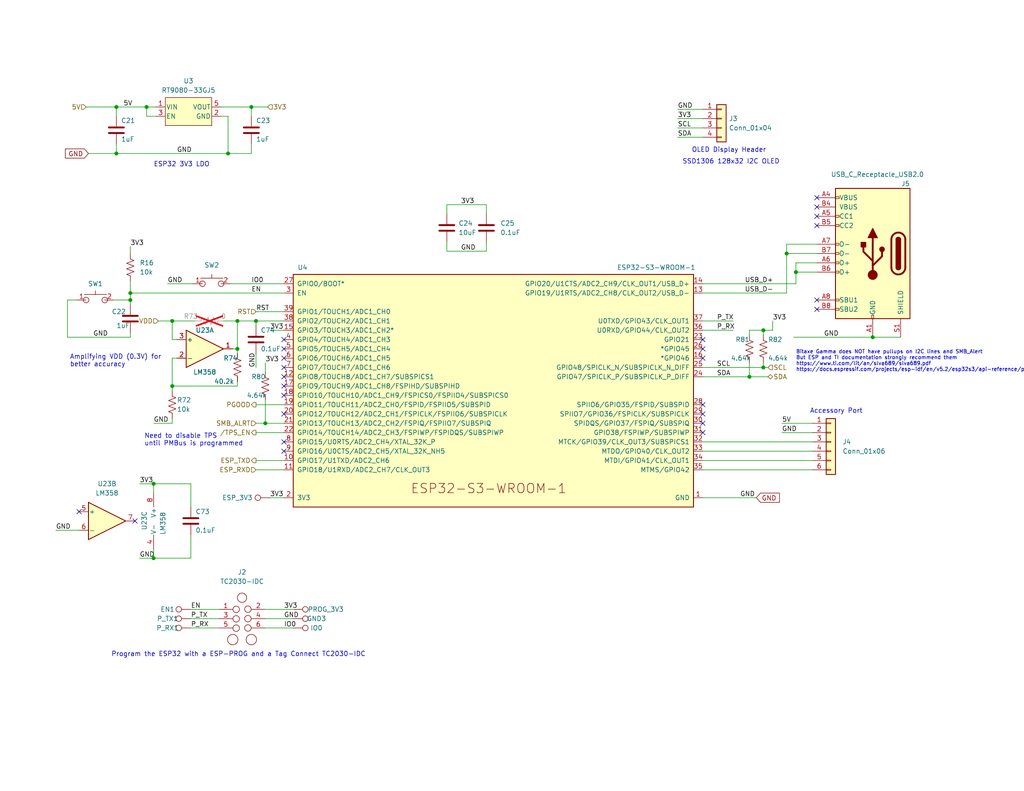
<source format=kicad_sch>
(kicad_sch (version 20250114) (generator "eeschema") (generator_version "9.0")
  (paper "A")
  (title_block (title "bitaxeGamma") (date "2024-09-26") (rev "601"))
  (lib_symbols
    (symbol "Amplifier_Operational:LM358" (pin_names (offset 0.127))
      (property "Reference" "U" (at 0 5.08 0))
      (property "Value" "LM358" (at 0 -5.08 0))
      (symbol "LM358_1_1"
        (polyline (pts (xy -5.08 5.08) (xy 5.08 0) (xy -5.08 -5.08) (xy -5.08 5.08)) (stroke (width 0.254)) (fill (type background)))
        (pin input line (at -7.62 2.54 0) (length 2.54) (name "+") (number "3"))
        (pin input line (at -7.62 -2.54 0) (length 2.54) (name "-") (number "2"))
        (pin output line (at 7.62 0 180) (length 2.54) (name "~") (number "1"))
      )
      (symbol "LM358_2_1"
        (polyline (pts (xy -5.08 5.08) (xy 5.08 0) (xy -5.08 -5.08) (xy -5.08 5.08)) (stroke (width 0.254)) (fill (type background)))
        (pin input line (at -7.62 2.54 0) (length 2.54) (name "+") (number "5"))
        (pin input line (at -7.62 -2.54 0) (length 2.54) (name "-") (number "6"))
        (pin output line (at 7.62 0 180) (length 2.54) (name "~") (number "7"))
      )
      (symbol "LM358_3_1"
        (pin power_in line (at -2.54 7.62 270) (length 3.81) (name "V+") (number "8"))
        (pin power_in line (at -2.54 -7.62 90) (length 3.81) (name "V-") (number "4"))
      )
    )
    (symbol "Connector:TestPoint" (pin_numbers (hide yes)) (pin_names (offset 0.762) (hide yes))
      (property "Reference" "TP" (at 0 6.858 0))
      (property "Value" "TestPoint" (at 0 5.08 0))
      (symbol "TestPoint_0_1"
        (circle (center 0 3.302) (radius 0.762))
      )
      (symbol "TestPoint_1_1"
        (pin passive line (at 0 0 90) (length 2.54) (name "1") (number "1"))
      )
    )
    (symbol "Connector_Generic:Conn_01x04" (pin_names (offset 1.016) (hide yes))
      (property "Reference" "J" (at 0 5.08 0))
      (property "Value" "Conn_01x04" (at 0 -7.62 0))
      (symbol "Conn_01x04_1_1"
        (rectangle (start -1.27 3.81) (end 1.27 -6.35) (stroke (width 0.254)) (fill (type background)))
        (rectangle (start -1.27 2.667) (end 0 2.413) (stroke (width 0.1524)))
        (rectangle (start -1.27 0.127) (end 0 -0.127) (stroke (width 0.1524)))
        (rectangle (start -1.27 -2.413) (end 0 -2.667) (stroke (width 0.1524)))
        (rectangle (start -1.27 -4.953) (end 0 -5.207) (stroke (width 0.1524)))
        (pin passive line (at -5.08 2.54 0) (length 3.81) (name "Pin_1") (number "1"))
        (pin passive line (at -5.08 0 0) (length 3.81) (name "Pin_2") (number "2"))
        (pin passive line (at -5.08 -2.54 0) (length 3.81) (name "Pin_3") (number "3"))
        (pin passive line (at -5.08 -5.08 0) (length 3.81) (name "Pin_4") (number "4"))
      )
    )
    (symbol "Connector_Generic:Conn_01x06" (pin_names (offset 1.016) (hide yes))
      (property "Reference" "J" (at 0 7.62 0))
      (property "Value" "Conn_01x06" (at 0 -10.16 0))
      (symbol "Conn_01x06_1_1"
        (rectangle (start -1.27 6.35) (end 1.27 -8.89) (stroke (width 0.254)) (fill (type background)))
        (rectangle (start -1.27 5.207) (end 0 4.953) (stroke (width 0.1524)))
        (rectangle (start -1.27 2.667) (end 0 2.413) (stroke (width 0.1524)))
        (rectangle (start -1.27 0.127) (end 0 -0.127) (stroke (width 0.1524)))
        (rectangle (start -1.27 -2.413) (end 0 -2.667) (stroke (width 0.1524)))
        (rectangle (start -1.27 -4.953) (end 0 -5.207) (stroke (width 0.1524)))
        (rectangle (start -1.27 -7.493) (end 0 -7.747) (stroke (width 0.1524)))
        (pin passive line (at -5.08 5.08 0) (length 3.81) (name "Pin_1") (number "1"))
        (pin passive line (at -5.08 2.54 0) (length 3.81) (name "Pin_2") (number "2"))
        (pin passive line (at -5.08 0 0) (length 3.81) (name "Pin_3") (number "3"))
        (pin passive line (at -5.08 -2.54 0) (length 3.81) (name "Pin_4") (number "4"))
        (pin passive line (at -5.08 -5.08 0) (length 3.81) (name "Pin_5") (number "5"))
        (pin passive line (at -5.08 -7.62 0) (length 3.81) (name "Pin_6") (number "6"))
      )
    )
    (symbol "Device:C" (pin_numbers (hide yes)) (pin_names (offset 0.254))
      (property "Reference" "C" (at 0.635 2.54 0))
      (property "Value" "C" (at 0.635 -2.54 0))
      (symbol "C_0_1"
        (polyline (pts (xy -2.032 0.762) (xy 2.032 0.762)) (stroke (width 0.508)))
        (polyline (pts (xy -2.032 -0.762) (xy 2.032 -0.762)) (stroke (width 0.508)))
      )
      (symbol "C_1_1"
        (pin passive line (at 0 3.81 270) (length 2.794) (name "~") (number "1"))
        (pin passive line (at 0 -3.81 90) (length 2.794) (name "~") (number "2"))
      )
    )
    (symbol "Device:R_US" (pin_numbers (hide yes)) (pin_names (offset 0))
      (property "Reference" "R" (at 2.54 0 90))
      (property "Value" "R_US" (at -2.54 0 90))
      (symbol "R_US_0_1"
        (polyline (pts (xy 0 2.286) (xy 0 2.54)))
        (polyline (pts (xy 0 2.286) (xy 1.016 1.905) (xy 0 1.524) (xy -1.016 1.143) (xy 0 0.762)))
        (polyline (pts (xy 0 0.762) (xy 1.016 0.381) (xy 0 0) (xy -1.016 -0.381) (xy 0 -0.762)))
        (polyline (pts (xy 0 -0.762) (xy 1.016 -1.143) (xy 0 -1.524) (xy -1.016 -1.905) (xy 0 -2.286)))
        (polyline (pts (xy 0 -2.286) (xy 0 -2.54)))
      )
      (symbol "R_US_1_1"
        (pin passive line (at 0 3.81 270) (length 1.27) (name "~") (number "1"))
        (pin passive line (at 0 -3.81 90) (length 1.27) (name "~") (number "2"))
      )
    )
    (symbol "bitaxe:ESP32-S3-WROOM-1" (pin_names (offset 1.016))
      (property "Reference" "U12" (at -50.8 34.925 0))
      (property "Value" "ESP32-S3-WROOM-1" (at 45.72 34.925 0))
      (symbol "ESP32-S3-WROOM-1_0_0"
        (rectangle (start -53.34 33.02) (end 55.88 -30.48) (stroke (width 0.254)) (fill (type background)))
        (text "ESP32-S3-WROOM-1" (at 0 -25.4 0) (effects (font (size 2.54 2.54))))
        (pin bidirectional line (at -55.88 30.48 0) (length 2.54) (name "GPIO0/BOOT*") (number "27"))
        (pin input line (at -55.88 27.94 0) (length 2.54) (name "EN") (number "3"))
        (pin bidirectional line (at -55.88 22.86 0) (length 2.54) (name "GPIO1/TOUCH1/ADC1_CH0") (number "39"))
        (pin bidirectional line (at -55.88 20.32 0) (length 2.54) (name "GPIO2/TOUCH2/ADC1_CH1") (number "38"))
        (pin bidirectional line (at -55.88 17.78 0) (length 2.54) (name "GPIO3/TOUCH3/ADC1_CH2*") (number "15"))
        (pin bidirectional line (at -55.88 15.24 0) (length 2.54) (name "GPIO4/TOUCH4/ADC1_CH3") (number "4"))
        (pin bidirectional line (at -55.88 12.7 0) (length 2.54) (name "GPIO5/TOUCH5/ADC1_CH4") (number "5"))
        (pin bidirectional line (at -55.88 10.16 0) (length 2.54) (name "GPIO6/TOUCH6/ADC1_CH5") (number "6"))
        (pin bidirectional line (at -55.88 7.62 0) (length 2.54) (name "GPIO7/TOUCH7/ADC1_CH6") (number "7"))
        (pin bidirectional line (at -55.88 5.08 0) (length 2.54) (name "GPIO8/TOUCH8/ADC1_CH7/SUBSPICS1") (number "12"))
        (pin bidirectional line (at -55.88 2.54 0) (length 2.54) (name "GPIO9/TOUCH9/ADC1_CH8/FSPIHD/SUBSPIHD") (number "17"))
        (pin bidirectional line (at -55.88 0 0) (length 2.54) (name "GPIO10/TOUCH10/ADC1_CH9/FSPICS0/FSPIIO4/SUBSPICS0") (number "18"))
        (pin bidirectional line (at -55.88 -2.54 0) (length 2.54) (name "GPIO11/TOUCH11/ADC2_CH0/FSPID/FSPIIO5/SUBSPID") (number "19"))
        (pin bidirectional line (at -55.88 -5.08 0) (length 2.54) (name "GPIO12/TOUCH12/ADC2_CH1/FSPICLK/FSPIIO6/SUBSPICLK") (number "20"))
        (pin bidirectional line (at -55.88 -7.62 0) (length 2.54) (name "GPIO13/TOUCH13/ADC2_CH2/FSPIQ/FSPIIO7/SUBSPIQ") (number "21"))
        (pin bidirectional line (at -55.88 -10.16 0) (length 2.54) (name "GPIO14/TOUCH14/ADC2_CH3/FSPIWP/FSPIDQS/SUBSPIWP") (number "22"))
        (pin bidirectional line (at -55.88 -12.7 0) (length 2.54) (name "GPIO15/U0RTS/ADC2_CH4/XTAL_32K_P") (number "8"))
        (pin bidirectional line (at -55.88 -15.24 0) (length 2.54) (name "GPIO16/U0CTS/ADC2_CH5/XTAL_32K_NH5") (number "9"))
        (pin bidirectional line (at -55.88 -17.78 0) (length 2.54) (name "GPIO17/U1TXD/ADC2_CH6") (number "10"))
        (pin bidirectional line (at -55.88 -20.32 0) (length 2.54) (name "GPIO18/U1RXD/ADC2_CH7/CLK_OUT3") (number "11"))
        (pin power_in line (at -55.88 -27.94 0) (length 2.54) (name "3V3") (number "2"))
        (pin bidirectional line (at 58.42 30.48 180) (length 2.54) (name "GPIO20/U1CTS/ADC2_CH9/CLK_OUT1/USB_D+") (number "14"))
        (pin bidirectional line (at 58.42 27.94 180) (length 2.54) (name "GPIO19/U1RTS/ADC2_CH8/CLK_OUT2/USB_D-") (number "13"))
        (pin bidirectional line (at 58.42 20.32 180) (length 2.54) (name "U0TXD/GPIO43/CLK_OUT1") (number "37"))
        (pin bidirectional line (at 58.42 17.78 180) (length 2.54) (name "U0RXD/GPIO44/CLK_OUT2") (number "36"))
        (pin bidirectional line (at 58.42 15.24 180) (length 2.54) (name "GPIO21") (number "23"))
        (pin bidirectional line (at 58.42 12.7 180) (length 2.54) (name "*GPIO45") (number "26"))
        (pin bidirectional line (at 58.42 10.16 180) (length 2.54) (name "*GPIO46") (number "16"))
        (pin bidirectional line (at 58.42 7.62 180) (length 2.54) (name "GPIO48/SPICLK_N/SUBSPICLK_N_DIFF") (number "25"))
        (pin bidirectional line (at 58.42 5.08 180) (length 2.54) (name "GPIO47/SPICLK_P/SUBSPICLK_P_DIFF") (number "24"))
        (pin bidirectional line (at 58.42 -2.54 180) (length 2.54) (name "SPIIO6/GPIO35/FSPID/SUBSPID") (number "28"))
        (pin bidirectional line (at 58.42 -5.08 180) (length 2.54) (name "SPIIO7/GPIO36/FSPICLK/SUBSPICLK") (number "29"))
        (pin bidirectional line (at 58.42 -7.62 180) (length 2.54) (name "SPIDQS/GPIO37/FSPIQ/SUBSPIQ") (number "30"))
        (pin bidirectional line (at 58.42 -10.16 180) (length 2.54) (name "GPIO38/FSPIWP/SUBSPIWP") (number "31"))
        (pin bidirectional line (at 58.42 -12.7 180) (length 2.54) (name "MTCK/GPIO39/CLK_OUT3/SUBSPICS1") (number "32"))
        (pin bidirectional line (at 58.42 -15.24 180) (length 2.54) (name "MTDO/GPIO40/CLK_OUT2") (number "33"))
        (pin bidirectional line (at 58.42 -17.78 180) (length 2.54) (name "MTDI/GPIO41/CLK_OUT1") (number "34"))
        (pin bidirectional line (at 58.42 -20.32 180) (length 2.54) (name "MTMS/GPIO42") (number "35"))
        (pin power_in line (at 58.42 -27.94 180) (length 2.54) (name "GND") (number "1"))
        (pin passive line (at 58.42 -27.94 180) (length 2.54) (hide yes) (name "GND") (number "40"))
        (pin passive line (at 58.42 -27.94 180) (length 2.54) (hide yes) (name "GND") (number "41"))
      )
    )
    (symbol "bitaxe:GT-TC029B-H025-L1N"
      (property "Reference" "SW2" (at 0 3.81 0))
      (symbol "GT-TC029B-H025-L1N_0_1"
        (polyline (pts (xy -3.05 1.52) (xy 3.05 1.52)))
        (circle (center -2.54 0) (radius 0.76))
        (polyline (pts (xy 0 1.52) (xy 0 2.54)))
        (circle (center 2.54 0) (radius 0.76))
        (pin unspecified line (at -5.08 0 0) (length 2.54) (name "~") (number "1"))
        (pin unspecified line (at 5.08 0 180) (length 2.54) (name "~") (number "2"))
      )
    )
    (symbol "bitaxe:RT9080-33GJ5" (pin_names (offset 0.254))
      (property "Reference" "U" (at -6.35 5.08 0))
      (property "Value" "RT9080-33GJ5" (at 0 -5.08 0))
      (symbol "RT9080-33GJ5_1_1"
        (rectangle (start -6.35 3.81) (end 6.35 -3.81) (stroke (width 0.1524)) (fill (type background)))
        (pin power_in line (at -8.89 1.27 0) (length 2.54) (name "VIN") (number "1"))
        (pin input line (at -8.89 -1.27 0) (length 2.54) (name "EN") (number "3"))
        (pin no_connect line (at 0 6.35 270) (length 2.54) (hide yes) (name "NC") (number "4"))
        (pin output line (at 8.89 1.27 180) (length 2.54) (name "VOUT") (number "5"))
        (pin power_in line (at 8.89 -1.27 180) (length 2.54) (name "GND") (number "2"))
      )
    )
    (symbol "bitaxe:TC2030-IDC-NL" (pin_names (offset 1.016) (hide yes))
      (property "Reference" "J5" (at 0 12.7 0))
      (property "Value" "TC2030-IDC" (at 0 10.16 0))
      (symbol "TC2030-IDC-NL_0_1"
        (circle (center -2.54 -5.715) (radius 1.4224))
        (circle (center -1.6002 2.54) (radius 0.889))
        (circle (center 0 5.715) (radius 1.27))
      )
      (symbol "TC2030-IDC-NL_1_1"
        (circle (center -1.6002 -0.0508) (radius 0.889))
        (circle (center -1.6002 -2.5908) (radius 0.889))
        (circle (center 1.6002 2.5908) (radius 0.889))
        (circle (center 1.6002 0) (radius 0.889))
        (circle (center 1.6002 -2.54) (radius 0.889))
        (circle (center 2.54 -5.715) (radius 1.4224))
        (pin passive line (at -6.35 2.54 0) (length 3.81) (name "Pin_1") (number "1"))
        (pin passive line (at -6.35 0 0) (length 3.81) (name "Pin_3") (number "3"))
        (pin passive line (at -6.35 -2.54 0) (length 3.81) (name "Pin_5") (number "5"))
        (pin passive line (at 6.35 2.54 180) (length 3.81) (name "Pin_2") (number "2"))
        (pin passive line (at 6.35 0 180) (length 3.81) (name "Pin_4") (number "4"))
        (pin passive line (at 6.35 -2.54 180) (length 3.81) (name "Pin_6") (number "6"))
      )
    )
    (symbol "bitaxe:USB_C_Receptacle_USB2.0" (pin_names (offset 1.016))
      (property "Reference" "J" (at -10.16 19.05 0))
      (property "Value" "USB_C_Receptacle_USB2.0" (at 19.05 19.05 0))
      (symbol "USB_C_Receptacle_USB2.0_0_0"
        (rectangle (start -0.254 -17.78) (end 0.254 -16.764))
        (rectangle (start 10.16 15.494) (end 9.144 14.986))
        (rectangle (start 10.16 10.414) (end 9.144 9.906))
        (rectangle (start 10.16 7.874) (end 9.144 7.366))
        (rectangle (start 10.16 2.794) (end 9.144 2.286))
        (rectangle (start 10.16 0.254) (end 9.144 -0.254))
        (rectangle (start 10.16 -2.286) (end 9.144 -2.794))
        (rectangle (start 10.16 -4.826) (end 9.144 -5.334))
        (rectangle (start 10.16 -12.446) (end 9.144 -12.954))
        (rectangle (start 10.16 -14.986) (end 9.144 -15.494))
      )
      (symbol "USB_C_Receptacle_USB2.0_0_1"
        (rectangle (start -10.16 17.78) (end 10.16 -17.78) (stroke (width 0.254)) (fill (type background)))
        (polyline (pts (xy -8.89 -3.81) (xy -8.89 3.81)) (stroke (width 0.508)))
        (rectangle (start -7.62 -3.81) (end -6.35 3.81) (stroke (width 0.254)) (fill (type outline)))
        (arc (start -7.62 3.81) (mid -6.985 4.4423) (end -6.35 3.81) (stroke (width 0.254)))
        (arc (start -7.62 3.81) (mid -6.985 4.4423) (end -6.35 3.81) (stroke (width 0.254)) (fill (type outline)))
        (arc (start -8.89 3.81) (mid -6.985 5.7067) (end -5.08 3.81) (stroke (width 0.508)))
        (arc (start -5.08 -3.81) (mid -6.985 -5.7067) (end -8.89 -3.81) (stroke (width 0.508)))
        (arc (start -6.35 -3.81) (mid -6.985 -4.4423) (end -7.62 -3.81) (stroke (width 0.254)))
        (arc (start -6.35 -3.81) (mid -6.985 -4.4423) (end -7.62 -3.81) (stroke (width 0.254)) (fill (type outline)))
        (polyline (pts (xy -5.08 3.81) (xy -5.08 -3.81)) (stroke (width 0.508)))
        (circle (center -2.54 1.143) (radius 0.635) (stroke (width 0.254)) (fill (type outline)))
        (polyline (pts (xy -1.27 4.318) (xy 0 6.858) (xy 1.27 4.318) (xy -1.27 4.318)) (stroke (width 0.254)) (fill (type outline)))
        (polyline (pts (xy 0 -2.032) (xy 2.54 0.508) (xy 2.54 1.778)) (stroke (width 0.508)))
        (polyline (pts (xy 0 -3.302) (xy -2.54 -0.762) (xy -2.54 0.508)) (stroke (width 0.508)))
        (polyline (pts (xy 0 -5.842) (xy 0 4.318)) (stroke (width 0.508)))
        (circle (center 0 -5.842) (radius 1.27) (fill (type outline)))
        (rectangle (start 1.905 1.778) (end 3.175 3.048) (stroke (width 0.254)) (fill (type outline)))
      )
      (symbol "USB_C_Receptacle_USB2.0_1_1"
        (pin passive line (at -7.62 -22.86 90) (length 5.08) (name "SHIELD") (number "S1"))
        (pin passive line (at 0 -22.86 90) (length 5.08) (name "GND") (number "A1"))
        (pin passive line (at 0 -22.86 90) (length 5.08) (hide yes) (name "GND") (number "B1"))
        (pin passive line (at 15.24 15.24 180) (length 5.08) (name "VBUS") (number "A4"))
        (pin passive line (at 15.24 12.7 180) (length 5.08) (name "VBUS") (number "B4"))
        (pin bidirectional line (at 15.24 10.16 180) (length 5.08) (name "CC1") (number "A5"))
        (pin bidirectional line (at 15.24 7.62 180) (length 5.08) (name "CC2") (number "B5"))
        (pin bidirectional line (at 15.24 2.54 180) (length 5.08) (name "D-") (number "A7"))
        (pin bidirectional line (at 15.24 0 180) (length 5.08) (name "D-") (number "B7"))
        (pin bidirectional line (at 15.24 -2.54 180) (length 5.08) (name "D+") (number "A6"))
        (pin bidirectional line (at 15.24 -5.08 180) (length 5.08) (name "D+") (number "B6"))
        (pin bidirectional line (at 15.24 -12.7 180) (length 5.08) (name "SBU1") (number "A8"))
        (pin bidirectional line (at 15.24 -15.24 180) (length 5.08) (name "SBU2") (number "B8"))
      )
    )
  )
  (text "Accessory Port" (at 220.98 113.03 0) (effects (font (size 1.27 1.27)) (justify left bottom)))
  (text "ESP32 3V3 LDO" (at 41.91 45.72 0) (effects (font (size 1.27 1.27)) (justify left bottom)))
  (text "Program the ESP32 with a ESP-PROG and a Tag Connect TC2030-IDC" (at 30.353 179.451 0) (effects (font (size 1.27 1.27)) (justify left bottom)))
  (text "Bitaxe Gamma does NOT have pullups on I2C lines and SMB_Alert\nBut ESP and TI documentation strongly recommend them\nhttps://www.ti.com/lit/an/slva689/slva689.pdf\nhttps://docs.espressif.com/projects/esp-idf/en/v5.2/esp32s3/api-reference/peripherals/i2c.html" (at 217.17 101.6 0) (effects (font (size 1 1)) (justify left bottom)))
  (text "Amplifying VDD (0.3V) for\nbetter accuracy" (at 19.05 100.33 0) (effects (font (size 1.27 1.27)) (justify left bottom)))
  (text "SSD1306 128x32 I2C OLED" (at 186.182 44.958 0) (effects (font (size 1.27 1.27)) (justify left bottom)))
  (text "Need to disable TPS\nuntil PMBus is programmed" (at 39.37 121.92 0) (effects (font (size 1.27 1.27)) (justify left bottom)))
  (text "OLED Display Header" (at 188.722 41.783 0) (effects (font (size 1.27 1.27)) (justify left bottom)))
  (junction (at 208.28 100.33))
  (junction (at 214.63 69.215))
  (junction (at 46.99 105.41))
  (junction (at 238.125 92.075))
  (junction (at 208.28 90.17))
  (junction (at 41.91 152.4))
  (junction (at 41.91 132.08))
  (junction (at 31.75 41.91))
  (junction (at 217.17 74.295))
  (junction (at 64.77 87.63))
  (junction (at 40.005 29.21))
  (junction (at 72.39 115.57))
  (junction (at 68.58 29.21))
  (junction (at 31.75 29.21))
  (junction (at 46.99 87.63))
  (junction (at 35.56 80.01))
  (junction (at 35.56 81.915))
  (junction (at 69.85 87.63))
  (junction (at 204.47 102.87))
  (junction (at 62.23 41.91))
  (junction (at 64.77 95.25))
  (no_connect (at 222.885 81.915))
  (no_connect (at 77.47 95.25))
  (no_connect (at 77.47 107.95))
  (no_connect (at 191.77 110.49))
  (no_connect (at 21.59 139.7))
  (no_connect (at 77.47 100.33))
  (no_connect (at 191.77 97.79))
  (no_connect (at 191.77 95.25))
  (no_connect (at 77.47 113.03))
  (no_connect (at 222.885 53.975))
  (no_connect (at 222.885 56.515))
  (no_connect (at 77.47 97.79))
  (no_connect (at 77.47 120.65))
  (no_connect (at 36.83 142.24))
  (no_connect (at 77.47 105.41))
  (no_connect (at 77.47 123.19))
  (no_connect (at 77.47 102.87))
  (no_connect (at 222.885 59.055))
  (no_connect (at 191.77 115.57))
  (no_connect (at 77.47 92.71))
  (no_connect (at 191.77 113.03))
  (no_connect (at 191.77 92.71))
  (no_connect (at 191.77 118.11))
  (no_connect (at 222.885 84.455))
  (no_connect (at 222.885 61.595))
  (wire (pts (xy 41.91 132.08) (xy 41.91 134.62)))
  (wire (pts (xy 64.77 95.25) (xy 64.77 96.52)))
  (wire (pts (xy 69.85 87.63) (xy 69.85 88.9)))
  (wire (pts (xy 121.92 55.88) (xy 121.92 58.42)))
  (wire (pts (xy 64.77 105.41) (xy 64.77 104.14)))
  (wire (pts (xy 191.77 128.27) (xy 221.615 128.27)))
  (wire (pts (xy 31.75 29.21) (xy 31.75 31.75)))
  (wire (pts (xy 216.535 92.075) (xy 238.125 92.075)))
  (wire (pts (xy 35.56 80.01) (xy 35.56 81.915)))
  (wire (pts (xy 213.36 115.57) (xy 221.615 115.57)))
  (wire (pts (xy 60.325 31.75) (xy 62.23 31.75)))
  (wire (pts (xy 72.39 168.91) (xy 80.01 168.91)))
  (wire (pts (xy 69.85 110.49) (xy 77.47 110.49)))
  (wire (pts (xy 132.715 68.58) (xy 121.92 68.58)))
  (wire (pts (xy 46.99 97.79) (xy 46.99 105.41)))
  (wire (pts (xy 238.125 92.075) (xy 245.745 92.075)))
  (wire (pts (xy 208.28 90.17) (xy 208.28 91.44)))
  (wire (pts (xy 62.23 31.75) (xy 62.23 41.91)))
  (wire (pts (xy 38.1 132.08) (xy 41.91 132.08)))
  (wire (pts (xy 35.56 76.835) (xy 35.56 80.01)))
  (wire (pts (xy 46.99 87.63) (xy 53.34 87.63)))
  (wire (pts (xy 72.39 166.37) (xy 80.01 166.37)))
  (wire (pts (xy 68.58 29.21) (xy 68.58 31.75)))
  (wire (pts (xy 64.77 87.63) (xy 69.85 87.63)))
  (wire (pts (xy 77.47 125.73) (xy 69.85 125.73)))
  (wire (pts (xy 132.715 66.04) (xy 132.715 68.58)))
  (wire (pts (xy 40.005 29.21) (xy 42.545 29.21)))
  (wire (pts (xy 191.77 125.73) (xy 221.615 125.73)))
  (wire (pts (xy 18.415 81.915) (xy 18.415 92.075)))
  (wire (pts (xy 77.47 85.09) (xy 69.85 85.09)))
  (wire (pts (xy 45.72 77.47) (xy 52.705 77.47)))
  (wire (pts (xy 204.47 91.44) (xy 204.47 90.17)))
  (wire (pts (xy 15.24 144.78) (xy 21.59 144.78)))
  (wire (pts (xy 214.63 69.215) (xy 214.63 80.01)))
  (wire (pts (xy 69.85 96.52) (xy 69.85 100.33)))
  (wire (pts (xy 64.77 87.63) (xy 64.77 95.25)))
  (wire (pts (xy 35.56 67.31) (xy 35.56 69.215)))
  (wire (pts (xy 31.115 81.915) (xy 35.56 81.915)))
  (wire (pts (xy 69.85 87.63) (xy 77.47 87.63)))
  (wire (pts (xy 210.82 90.17) (xy 210.82 87.63)))
  (wire (pts (xy 23.495 29.21) (xy 31.75 29.21)))
  (wire (pts (xy 18.415 92.075) (xy 35.56 92.075)))
  (wire (pts (xy 72.39 171.45) (xy 80.01 171.45)))
  (wire (pts (xy 217.17 74.295) (xy 222.885 74.295)))
  (wire (pts (xy 213.36 118.11) (xy 221.615 118.11)))
  (wire (pts (xy 184.912 29.845) (xy 191.77 29.845)))
  (wire (pts (xy 35.56 81.915) (xy 35.56 83.185)))
  (wire (pts (xy 72.39 101.6) (xy 72.39 99.06)))
  (wire (pts (xy 191.77 90.17) (xy 200.025 90.17)))
  (wire (pts (xy 73.66 135.89) (xy 77.47 135.89)))
  (wire (pts (xy 35.56 80.01) (xy 77.47 80.01)))
  (wire (pts (xy 222.885 66.675) (xy 214.63 66.675)))
  (wire (pts (xy 64.77 95.25) (xy 63.5 95.25)))
  (wire (pts (xy 77.47 128.27) (xy 69.85 128.27)))
  (wire (pts (xy 214.63 69.215) (xy 222.885 69.215)))
  (wire (pts (xy 46.99 105.41) (xy 64.77 105.41)))
  (wire (pts (xy 46.99 87.63) (xy 46.99 92.71)))
  (wire (pts (xy 52.07 171.45) (xy 59.69 171.45)))
  (wire (pts (xy 208.28 90.17) (xy 210.82 90.17)))
  (wire (pts (xy 191.77 102.87) (xy 204.47 102.87)))
  (wire (pts (xy 208.28 100.33) (xy 209.55 100.33)))
  (wire (pts (xy 48.26 97.79) (xy 46.99 97.79)))
  (wire (pts (xy 41.91 152.4) (xy 41.91 149.86)))
  (wire (pts (xy 52.07 152.4) (xy 41.91 152.4)))
  (wire (pts (xy 72.39 115.57) (xy 77.47 115.57)))
  (wire (pts (xy 184.912 34.925) (xy 191.77 34.925)))
  (wire (pts (xy 191.77 135.89) (xy 206.375 135.89)))
  (wire (pts (xy 52.07 168.91) (xy 59.69 168.91)))
  (wire (pts (xy 41.91 115.57) (xy 46.99 115.57)))
  (wire (pts (xy 43.18 87.63) (xy 46.99 87.63)))
  (wire (pts (xy 64.77 87.63) (xy 60.96 87.63)))
  (wire (pts (xy 73.66 90.17) (xy 77.47 90.17)))
  (wire (pts (xy 35.56 90.805) (xy 35.56 92.075)))
  (wire (pts (xy 121.92 68.58) (xy 121.92 66.04)))
  (wire (pts (xy 62.865 77.47) (xy 77.47 77.47)))
  (wire (pts (xy 24.13 41.91) (xy 31.75 41.91)))
  (wire (pts (xy 191.77 120.65) (xy 221.615 120.65)))
  (wire (pts (xy 42.545 31.75) (xy 40.005 31.75)))
  (wire (pts (xy 52.07 132.08) (xy 52.07 138.43)))
  (wire (pts (xy 52.07 166.37) (xy 59.69 166.37)))
  (wire (pts (xy 46.99 92.71) (xy 48.26 92.71)))
  (wire (pts (xy 191.77 77.47) (xy 217.17 77.47)))
  (wire (pts (xy 191.77 100.33) (xy 208.28 100.33)))
  (wire (pts (xy 217.17 74.295) (xy 217.17 71.755)))
  (wire (pts (xy 46.99 105.41) (xy 46.99 106.68)))
  (wire (pts (xy 20.955 81.915) (xy 18.415 81.915)))
  (wire (pts (xy 69.85 115.57) (xy 72.39 115.57)))
  (wire (pts (xy 204.47 90.17) (xy 208.28 90.17)))
  (wire (pts (xy 217.17 77.47) (xy 217.17 74.295)))
  (wire (pts (xy 41.91 132.08) (xy 52.07 132.08)))
  (wire (pts (xy 191.77 87.63) (xy 200.025 87.63)))
  (wire (pts (xy 208.28 99.06) (xy 208.28 100.33)))
  (wire (pts (xy 40.005 31.75) (xy 40.005 29.21)))
  (wire (pts (xy 46.99 114.3) (xy 46.99 115.57)))
  (wire (pts (xy 31.75 29.21) (xy 40.005 29.21)))
  (wire (pts (xy 68.58 29.21) (xy 73.025 29.21)))
  (wire (pts (xy 191.77 123.19) (xy 221.615 123.19)))
  (wire (pts (xy 204.47 102.87) (xy 209.55 102.87)))
  (wire (pts (xy 38.1 152.4) (xy 41.91 152.4)))
  (wire (pts (xy 132.715 55.88) (xy 121.92 55.88)))
  (wire (pts (xy 69.85 118.11) (xy 77.47 118.11)))
  (wire (pts (xy 68.58 41.91) (xy 68.58 39.37)))
  (wire (pts (xy 217.17 71.755) (xy 222.885 71.755)))
  (wire (pts (xy 191.77 80.01) (xy 214.63 80.01)))
  (wire (pts (xy 52.07 146.05) (xy 52.07 152.4)))
  (wire (pts (xy 72.39 109.22) (xy 72.39 115.57)))
  (wire (pts (xy 184.912 37.465) (xy 191.77 37.465)))
  (wire (pts (xy 132.715 58.42) (xy 132.715 55.88)))
  (wire (pts (xy 184.912 32.385) (xy 191.77 32.385)))
  (wire (pts (xy 204.47 99.06) (xy 204.47 102.87)))
  (wire (pts (xy 62.23 41.91) (xy 68.58 41.91)))
  (wire (pts (xy 60.325 29.21) (xy 68.58 29.21)))
  (wire (pts (xy 31.75 41.91) (xy 31.75 39.37)))
  (wire (pts (xy 214.63 66.675) (xy 214.63 69.215)))
  (wire (pts (xy 62.23 41.91) (xy 31.75 41.91)))
  (label "3V3" (at 210.82 87.63 0))
  (label "P_RX" (at 52.07 171.45 0))
  (label "GND" (at 69.85 100.33 90))
  (label "RST" (at 69.85 85.09 0))
  (label "P_TX" (at 52.07 168.91 0))
  (label "EN" (at 52.07 166.37 0))
  (label "GND" (at 184.912 29.845 0))
  (label "GND" (at 38.1 152.4 0))
  (label "5V" (at 213.36 115.57 0))
  (label "GND" (at 224.79 92.075 0))
  (label "3V3" (at 72.39 99.06 0))
  (label "EN" (at 68.58 80.01 0))
  (label "P_RX" (at 195.58 90.17 0))
  (label "IO0" (at 68.58 77.47 0))
  (label "GND" (at 125.73 68.58 0))
  (label "3V3" (at 73.66 135.89 0))
  (label "GND" (at 41.91 115.57 0))
  (label "USB_D-" (at 203.2 80.01 0))
  (label "3V3" (at 38.1 132.08 0))
  (label "SDA" (at 195.58 102.87 0))
  (label "3V3" (at 77.47 166.37 0))
  (label "3V3" (at 73.66 90.17 0))
  (label "IO0" (at 77.47 171.45 0))
  (label "SCL" (at 195.58 100.33 0))
  (label "SCL" (at 184.912 34.925 0))
  (label "GND" (at 213.36 118.11 0))
  (label "GND" (at 15.24 144.78 0))
  (label "GND" (at 201.93 135.89 0))
  (label "GND" (at 45.72 77.47 0))
  (label "SDA" (at 184.912 37.465 0))
  (label "3V3" (at 125.73 55.88 0))
  (label "P_TX" (at 195.58 87.63 0))
  (label "3V3" (at 184.912 32.385 0))
  (label "GND" (at 25.4 92.075 0))
  (label "5V" (at 33.655 29.21 0))
  (label "USB_D+" (at 203.2 77.47 0))
  (label "GND" (at 77.47 168.91 0))
  (label "GND" (at 48.26 41.91 0))
  (label "3V3" (at 35.56 67.31 0))
  (global_label "GND" (shape input) (at 24.13 41.91 180) (property "Intersheetrefs" "${INTERSHEET_REFS}" (effects (hide yes))))
  (global_label "GND" (shape input) (at 206.375 135.89 0) (property "Intersheetrefs" "${INTERSHEET_REFS}" (effects (hide yes))))
  (hierarchical_label "ESP_TXD" (shape output) (at 69.85 125.73 180))
  (hierarchical_label "ESP_RXD" (shape input) (at 69.85 128.27 180))
  (hierarchical_label "3V3" (shape input) (at 73.025 29.21 0))
  (hierarchical_label "SCL" (shape input) (at 209.55 100.33 0))
  (hierarchical_label "RST" (shape input) (at 69.85 85.09 180))
  (hierarchical_label "SDA" (shape bidirectional) (at 209.55 102.87 0))
  (hierarchical_label "PGOOD" (shape output) (at 69.85 110.49 180))
  (hierarchical_label "SMB_ALRT" (shape input) (at 69.85 115.57 180))
  (hierarchical_label "5V" (shape input) (at 23.495 29.21 180))
  (hierarchical_label "{slash}TPS_EN" (shape output) (at 69.85 118.11 180))
  (hierarchical_label "VDD" (shape input) (at 43.18 87.63 180))
  (symbol (lib_id "Device:C") (at 52.07 142.24 0) (unit 1)
    (property "Reference" "C73" (at 53.34 139.7 0) (effects (justify left)))
    (property "Value" "0.1uF" (at 53.34 144.78 0) (effects (justify left)))
    (property "Footprint" "Capacitor_SMD:C_0402_1005Metric" (effects (hide yes)))
    (property "Description" "Unpolarized capacitor" (effects (hide yes)))
    (property "DK" "587-5514-1-ND" (effects (hide yes)))
    (property "PARTNO" "EMK105BJ105MV-F" (effects (hide yes)))
  )
  (symbol (lib_id "Device:C") (at 35.56 86.995 0) (unit 1)
    (property "Reference" "C22" (at 30.48 85.09 0) (effects (justify left)))
    (property "Value" "1uF" (at 31.75 88.9 0) (effects (justify left)))
    (property "Footprint" "Capacitor_SMD:C_0402_1005Metric" (effects (hide yes)))
    (property "Description" "Unpolarized capacitor" (effects (hide yes)))
    (property "DK" "587-5514-1-ND" (effects (hide yes)))
    (property "PARTNO" "EMK105BJ105MV-F" (effects (hide yes)))
  )
  (symbol (lib_id "Connector_Generic:Conn_01x06") (at 226.695 120.65 0) (unit 1) (in_bom no)
    (property "Reference" "J4" (at 229.87 120.65 0) (effects (justify left)))
    (property "Value" "Conn_01x06" (at 229.87 123.19 0) (effects (justify left)))
    (property "Footprint" "Connector_PinHeader_2.54mm:PinHeader_1x06_P2.54mm_Vertical" (effects (hide yes)))
    (property "Description" "Generic connector, single row, 01x06, script generated (kicad-library-utils/schlib/autogen/connector/)" (effects (hide yes)))
  )
  (symbol (lib_id "Device:R_US") (at 64.77 100.33 0) (unit 1)
    (property "Reference" "R74" (at 60.96 97.79 0) (effects (justify left)))
    (property "Value" "40.2k" (at 58.42 104.14 0) (effects (justify left)))
    (property "Footprint" "Resistor_SMD:R_0402_1005Metric" (effects (hide yes)))
    (property "Description" "Resistor, US symbol" (effects (hide yes)))
    (property "DK" "311-10KJRCT-ND" (effects (hide yes)))
    (property "PARTNO" "RC0402JR-0710KL" (effects (hide yes)))
  )
  (symbol (lib_id "Device:C") (at 69.85 92.71 0) (unit 1)
    (property "Reference" "C74" (at 71.12 90.17 0) (effects (justify left)))
    (property "Value" "0.1uF" (at 71.12 95.25 0) (effects (justify left)))
    (property "Footprint" "Capacitor_SMD:C_0402_1005Metric" (effects (hide yes)))
    (property "Description" "Unpolarized capacitor" (effects (hide yes)))
    (property "DK" "587-5514-1-ND" (effects (hide yes)))
    (property "PARTNO" "EMK105BJ105MV-F" (effects (hide yes)))
  )
  (symbol (lib_id "Device:C") (at 132.715 62.23 0) (unit 1)
    (property "Reference" "C25" (at 136.525 60.9599 0) (effects (justify left)))
    (property "Value" "0.1uF" (at 136.525 63.4999 0) (effects (justify left)))
    (property "Footprint" "Capacitor_SMD:C_0402_1005Metric" (effects (hide yes)))
    (property "Description" "Unpolarized capacitor" (effects (hide yes)))
    (property "DK" "1276-1234-1-ND" (effects (hide yes)))
    (property "PARTNO" "CL05A104KO5NNNC" (effects (hide yes)))
  )
  (symbol (lib_id "Device:R_US") (at 57.15 87.63 90) (unit 1) (dnp yes)
    (property "Reference" "R73" (at 52.07 86.36 90))
    (property "Value" "0" (at 60.96 86.36 90))
    (property "Footprint" "Resistor_SMD:R_0402_1005Metric" (effects (hide yes)))
    (property "Description" "Resistor, US symbol" (effects (hide yes)))
    (property "DK" "311-10KJRCT-ND" (effects (hide yes)))
    (property "PARTNO" "RC0402JR-0710KL" (effects (hide yes)))
  )
  (symbol (lib_id "Amplifier_Operational:LM358") (at 29.21 142.24 0) (unit 2)
    (property "Reference" "U23" (at 29.21 132.08 0))
    (property "Value" "LM358" (at 29.21 134.62 0))
    (property "Footprint" "Package_SO:TSSOP-8_4.4x3mm_P0.65mm" (effects (hide yes)))
    (property "Datasheet" "http://www.ti.com/lit/ds/symlink/lm2904-n.pdf" (effects (hide yes)))
    (property "Description" "Low-Power, Dual Operational Amplifiers, DIP-8/SOIC-8/TO-99-8" (effects (hide yes)))
  )
  (symbol (lib_id "Connector_Generic:Conn_01x04") (at 196.85 32.385 0) (unit 1) (in_bom no)
    (property "Reference" "J3" (at 198.882 32.3849 0) (effects (justify left)))
    (property "Value" "Conn_01x04" (at 198.882 34.9249 0) (effects (justify left)))
    (property "Footprint" "bitaxe:PinHeader_1x04_P2.54mm_Vertical_shifted" (effects (hide yes)))
    (property "Description" "Generic connector, single row, 01x04, script generated (kicad-library-utils/schlib/autogen/connector/)" (effects (hide yes)))
  )
  (symbol (lib_id "bitaxe:GT-TC029B-H025-L1N") (at 57.785 77.47 0) (unit 1)
    (property "Reference" "SW2" (at 57.785 72.39 0))
    (property "Value" "GT-TC029B-H025-L1N" (effects (hide yes)))
    (property "Footprint" "bitaxe:SW_CS1213AGF260_CRS" (effects (hide yes)))
    (property "Datasheet" "https://www.citrelay.com/Catalog%20Pages/SwitchCatalog/CS1213.pdf" (effects (hide yes)))
    (property "DK" "2449-CS1213AGF260CT-ND" (effects (hide yes)))
    (property "PARTNO" "CS1213AGF260" (effects (hide yes)))
  )
  (symbol (lib_id "Amplifier_Operational:LM358") (at 55.88 95.25 0) (unit 1)
    (property "Reference" "U23" (at 55.88 90.17 0))
    (property "Value" "LM358" (at 55.88 101.6 0))
    (property "Footprint" "Package_SO:TSSOP-8_4.4x3mm_P0.65mm" (effects (hide yes)))
    (property "Datasheet" "http://www.ti.com/lit/ds/symlink/lm2904-n.pdf" (effects (hide yes)))
    (property "Description" "Low-Power, Dual Operational Amplifiers, DIP-8/SOIC-8/TO-99-8" (effects (hide yes)))
  )
  (symbol (lib_id "bitaxe:RT9080-33GJ5") (at 51.435 30.48 0) (unit 1)
    (property "Reference" "U3" (at 51.435 22.098 0))
    (property "Value" "RT9080-33GJ5" (at 51.435 24.638 0))
    (property "Footprint" "bitaxe:RT9080-33GJ5" (effects (hide yes)))
    (property "Datasheet" "https://www.richtek.com/assets/product_file/RT9080/DS9080-05.pdf" (effects (hide yes)))
    (property "DK" "1028-1509-1-ND" (effects (hide yes)))
    (property "PARTNO" "RT9080-33GJ5" (effects (hide yes)))
  )
  (symbol (lib_id "Connector:TestPoint") (at 52.07 168.91 90) (mirror x) (unit 1) (in_bom no)
    (property "Reference" "P_TX1" (at 45.72 168.91 90))
    (property "Value" "TestPoint" (effects (hide yes)))
    (property "Footprint" "TestPoint:TestPoint_Pad_D1.5mm" (effects (hide yes)))
    (property "Description" "test point" (effects (hide yes)))
  )
  (symbol (lib_id "Connector:TestPoint") (at 80.01 171.45 270) (mirror x) (unit 1) (in_bom no)
    (property "Reference" "IO0" (at 86.36 171.45 90))
    (property "Value" "TestPoint" (effects (hide yes)))
    (property "Footprint" "TestPoint:TestPoint_Pad_D1.5mm" (effects (hide yes)))
    (property "Description" "test point" (effects (hide yes)))
  )
  (symbol (lib_id "Amplifier_Operational:LM358") (at 44.45 142.24 0) (unit 3)
    (property "Reference" "U23" (at 39.37 144.78 90) (effects (justify left)))
    (property "Value" "LM358" (at 44.45 146.05 90) (effects (justify left)))
    (property "Footprint" "Package_SO:TSSOP-8_4.4x3mm_P0.65mm" (effects (hide yes)))
    (property "Datasheet" "http://www.ti.com/lit/ds/symlink/lm2904-n.pdf" (effects (hide yes)))
    (property "Description" "Low-Power, Dual Operational Amplifiers, DIP-8/SOIC-8/TO-99-8" (effects (hide yes)))
  )
  (symbol (lib_id "Device:R_US") (at 35.56 73.025 0) (unit 1)
    (property "Reference" "R16" (at 38.1 71.7549 0) (effects (justify left)))
    (property "Value" "10k" (at 38.1 74.2949 0) (effects (justify left)))
    (property "Footprint" "Resistor_SMD:R_0402_1005Metric" (effects (hide yes)))
    (property "Description" "Resistor, US symbol" (effects (hide yes)))
    (property "DK" "311-10KJRCT-ND" (effects (hide yes)))
    (property "PARTNO" "RC0402JR-0710KL" (effects (hide yes)))
  )
  (symbol (lib_id "Connector:TestPoint") (at 80.01 166.37 270) (mirror x) (unit 1) (in_bom no)
    (property "Reference" "PROG_3V3" (at 88.9 166.37 90))
    (property "Value" "TestPoint" (effects (hide yes)))
    (property "Footprint" "TestPoint:TestPoint_Pad_D1.5mm" (effects (hide yes)))
    (property "Description" "test point" (effects (hide yes)))
  )
  (symbol (lib_id "bitaxe:TC2030-IDC-NL") (at 66.04 168.91 0) (unit 1) (in_bom no)
    (property "Reference" "J2" (at 66.04 156.21 0))
    (property "Value" "TC2030-IDC" (at 66.04 158.75 0))
    (property "Footprint" "Connector:Tag-Connect_TC2030-IDC-NL_2x03_P1.27mm_Vertical" (effects (hide yes)))
  )
  (symbol (lib_id "Device:C") (at 68.58 35.56 0) (unit 1)
    (property "Reference" "C23" (at 69.85 33.655 0) (effects (justify left bottom)))
    (property "Value" "1uF" (at 69.85 38.735 0) (effects (justify left bottom)))
    (property "Footprint" "Capacitor_SMD:C_0402_1005Metric" (effects (hide yes)))
    (property "Description" "Unpolarized capacitor" (effects (hide yes)))
    (property "DK" "587-5514-1-ND" (effects (hide yes)))
    (property "PARTNO" "EMK105BJ105MV-F" (effects (hide yes)))
  )
  (symbol (lib_id "Device:C") (at 121.92 62.23 0) (unit 1)
    (property "Reference" "C24" (at 125.095 60.9599 0) (effects (justify left)))
    (property "Value" "10uF" (at 125.095 63.4999 0) (effects (justify left)))
    (property "Footprint" "Capacitor_SMD:C_0805_2012Metric" (effects (hide yes)))
    (property "Description" "Unpolarized capacitor" (effects (hide yes)))
    (property "DK" "1276-1096-1-ND" (effects (hide yes)))
    (property "PARTNO" "CL21A106KOQNNNE" (effects (hide yes)))
  )
  (symbol (lib_id "Connector:TestPoint") (at 80.01 168.91 270) (mirror x) (unit 1) (in_bom no)
    (property "Reference" "GND3" (at 86.36 168.91 90))
    (property "Value" "TestPoint" (effects (hide yes)))
    (property "Footprint" "TestPoint:TestPoint_Pad_D1.5mm" (effects (hide yes)))
    (property "Description" "test point" (effects (hide yes)))
  )
  (symbol (lib_id "Device:R_US") (at 46.99 110.49 180) (unit 1)
    (property "Reference" "R72" (at 48.26 109.22 0) (effects (justify right)))
    (property "Value" "10k" (at 48.26 111.76 0) (effects (justify right)))
    (property "Footprint" "Resistor_SMD:R_0402_1005Metric" (effects (hide yes)))
    (property "Description" "Resistor, US symbol" (effects (hide yes)))
    (property "DK" "311-10KJRCT-ND" (effects (hide yes)))
    (property "PARTNO" "RC0402JR-0710KL" (effects (hide yes)))
  )
  (symbol (lib_id "Device:R_US") (at 72.39 105.41 0) (unit 1)
    (property "Reference" "R80" (at 68.58 102.87 0) (effects (justify left)))
    (property "Value" "4.64k" (at 67.31 107.95 0) (effects (justify left)))
    (property "Footprint" "Resistor_SMD:R_0402_1005Metric" (effects (hide yes)))
    (property "Description" "Resistor, US symbol" (effects (hide yes)))
    (property "DK" "311-10KJRCT-ND" (effects (hide yes)))
    (property "PARTNO" "RC0402JR-0710KL" (effects (hide yes)))
  )
  (symbol (lib_id "bitaxe:USB_C_Receptacle_USB2.0") (at 238.125 69.215 0) (mirror y) (unit 1)
    (property "Reference" "J5" (at 248.285 50.165 0) (effects (justify left)))
    (property "Value" "USB_C_Receptacle_USB2.0" (at 226.695 47.625 0) (effects (justify right)))
    (property "Footprint" "bitaxe:USB_C_Receptacle_GCT_USB4105-xx-A" (effects (hide yes)))
    (property "Datasheet" "https://www.usb.org/sites/default/files/documents/usb_type-c.zip" (effects (hide yes)))
    (property "Description" "USB 2.0-only Type-C Receptacle connector" (effects (hide yes)))
    (property "DK" "2073-USB4105-GF-ACT-ND" (effects (hide yes)))
    (property "PARTNO" "USB4105-GF-A" (effects (hide yes)))
  )
  (symbol (lib_id "Connector:TestPoint") (at 73.66 135.89 90) (mirror x) (unit 1) (in_bom no)
    (property "Reference" "ESP_3V3" (at 64.77 135.89 90))
    (property "Value" "TestPoint" (effects (hide yes)))
    (property "Footprint" "TestPoint:TestPoint_Pad_D1.5mm" (effects (hide yes)))
    (property "Description" "test point" (effects (hide yes)))
  )
  (symbol (lib_id "Connector:TestPoint") (at 52.07 166.37 90) (mirror x) (unit 1) (in_bom no)
    (property "Reference" "EN1" (at 45.72 166.37 90))
    (property "Value" "TestPoint" (effects (hide yes)))
    (property "Footprint" "TestPoint:TestPoint_Pad_D1.5mm" (effects (hide yes)))
    (property "Description" "test point" (effects (hide yes)))
  )
  (symbol (lib_id "Device:R_US") (at 204.47 95.25 0) (unit 1)
    (property "Reference" "R81" (at 200.66 92.71 0) (effects (justify left)))
    (property "Value" "4.64k" (at 199.39 97.79 0) (effects (justify left)))
    (property "Footprint" "Resistor_SMD:R_0402_1005Metric" (effects (hide yes)))
    (property "Description" "Resistor, US symbol" (effects (hide yes)))
    (property "DK" "311-10KJRCT-ND" (effects (hide yes)))
    (property "PARTNO" "RC0402JR-0710KL" (effects (hide yes)))
  )
  (symbol (lib_id "Connector:TestPoint") (at 52.07 171.45 90) (mirror x) (unit 1) (in_bom no)
    (property "Reference" "P_RX1" (at 45.72 171.45 90))
    (property "Value" "TestPoint" (effects (hide yes)))
    (property "Footprint" "TestPoint:TestPoint_Pad_D1.5mm" (effects (hide yes)))
    (property "Description" "test point" (effects (hide yes)))
  )
  (symbol (lib_id "Device:C") (at 31.75 35.56 0) (unit 1)
    (property "Reference" "C21" (at 33.02 33.655 0) (effects (justify left bottom)))
    (property "Value" "1uF" (at 33.02 38.735 0) (effects (justify left bottom)))
    (property "Footprint" "Capacitor_SMD:C_0402_1005Metric" (effects (hide yes)))
    (property "Description" "Unpolarized capacitor" (effects (hide yes)))
    (property "DK" "587-5514-1-ND" (effects (hide yes)))
    (property "PARTNO" "EMK105BJ105MV-F" (effects (hide yes)))
  )
  (symbol (lib_id "bitaxe:ESP32-S3-WROOM-1") (at 133.35 107.95 0) (unit 1)
    (property "Reference" "U4" (at 82.55 73.025 0))
    (property "Value" "ESP32-S3-WROOM-1" (at 179.07 73.025 0))
    (property "Footprint" "bitaxe:ESP32-S3-WROOM-1" (effects (hide yes)))
    (property "Datasheet" "https://www.espressif.com/sites/default/files/documentation/esp32-s3-wroom-1_wroom-1u_datasheet_en.pdf" (effects (hide yes)))
    (property "Description" "2.4 GHz WiFi (802.11 b/g/n) and Bluetooth ® 5 (LE) module Built around ESP32S3 series of SoCs, Xtensa ® dualcore 32bit LX7 microprocessor Flash up to 16 MB, PSRAM up to 8 MB 36 GPIOs, rich set of peripherals Onboard PCB antenna" (effects (hide yes)))
    (property "DK" "1965-ESP32-S3-WROOM-1-N16R8CT-ND" (effects (hide yes)))
    (property "PARTNO" "ESP32-S3-WROOM-1-N16R8" (effects (hide yes)))
  )
  (symbol (lib_id "Device:R_US") (at 208.28 95.25 0) (unit 1)
    (property "Reference" "R82" (at 209.55 92.71 0) (effects (justify left)))
    (property "Value" "4.64k" (at 209.55 97.79 0) (effects (justify left)))
    (property "Footprint" "Resistor_SMD:R_0402_1005Metric" (effects (hide yes)))
    (property "Description" "Resistor, US symbol" (effects (hide yes)))
    (property "DK" "311-10KJRCT-ND" (effects (hide yes)))
    (property "PARTNO" "RC0402JR-0710KL" (effects (hide yes)))
  )
  (symbol (lib_id "bitaxe:GT-TC029B-H025-L1N") (at 26.035 81.915 0) (unit 1)
    (property "Reference" "SW1" (at 26.035 77.47 0))
    (property "Value" "GT-TC029B-H025-L1N" (effects (hide yes)))
    (property "Footprint" "bitaxe:SW_CS1213AGF260_CRS" (effects (hide yes)))
    (property "Datasheet" "https://www.citrelay.com/Catalog%20Pages/SwitchCatalog/CS1213.pdf" (effects (hide yes)))
    (property "DK" "2449-CS1213AGF260CT-ND" (effects (hide yes)))
    (property "PARTNO" "CS1213AGF260" (effects (hide yes)))
  )
)
</source>
